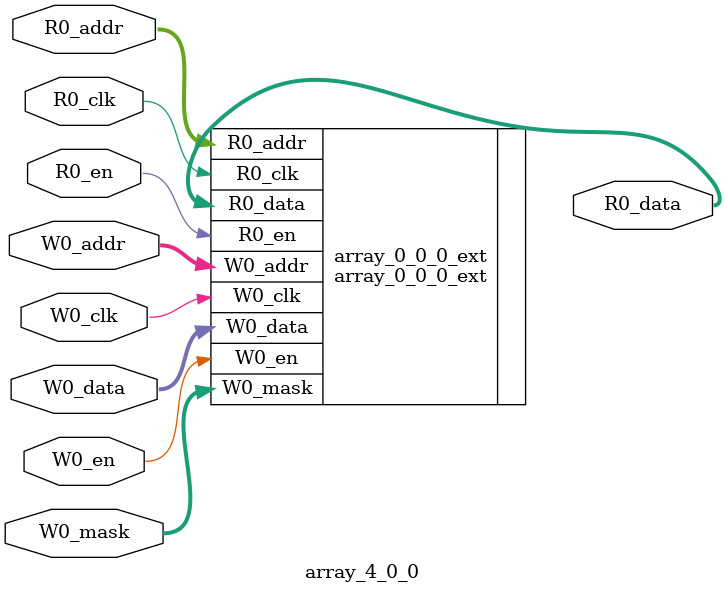
<source format=sv>
`ifndef RANDOMIZE
  `ifdef RANDOMIZE_REG_INIT
    `define RANDOMIZE
  `endif // RANDOMIZE_REG_INIT
`endif // not def RANDOMIZE
`ifndef RANDOMIZE
  `ifdef RANDOMIZE_MEM_INIT
    `define RANDOMIZE
  `endif // RANDOMIZE_MEM_INIT
`endif // not def RANDOMIZE

`ifndef RANDOM
  `define RANDOM $random
`endif // not def RANDOM

// Users can define 'PRINTF_COND' to add an extra gate to prints.
`ifndef PRINTF_COND_
  `ifdef PRINTF_COND
    `define PRINTF_COND_ (`PRINTF_COND)
  `else  // PRINTF_COND
    `define PRINTF_COND_ 1
  `endif // PRINTF_COND
`endif // not def PRINTF_COND_

// Users can define 'ASSERT_VERBOSE_COND' to add an extra gate to assert error printing.
`ifndef ASSERT_VERBOSE_COND_
  `ifdef ASSERT_VERBOSE_COND
    `define ASSERT_VERBOSE_COND_ (`ASSERT_VERBOSE_COND)
  `else  // ASSERT_VERBOSE_COND
    `define ASSERT_VERBOSE_COND_ 1
  `endif // ASSERT_VERBOSE_COND
`endif // not def ASSERT_VERBOSE_COND_

// Users can define 'STOP_COND' to add an extra gate to stop conditions.
`ifndef STOP_COND_
  `ifdef STOP_COND
    `define STOP_COND_ (`STOP_COND)
  `else  // STOP_COND
    `define STOP_COND_ 1
  `endif // STOP_COND
`endif // not def STOP_COND_

// Users can define INIT_RANDOM as general code that gets injected into the
// initializer block for modules with registers.
`ifndef INIT_RANDOM
  `define INIT_RANDOM
`endif // not def INIT_RANDOM

// If using random initialization, you can also define RANDOMIZE_DELAY to
// customize the delay used, otherwise 0.002 is used.
`ifndef RANDOMIZE_DELAY
  `define RANDOMIZE_DELAY 0.002
`endif // not def RANDOMIZE_DELAY

// Define INIT_RANDOM_PROLOG_ for use in our modules below.
`ifndef INIT_RANDOM_PROLOG_
  `ifdef RANDOMIZE
    `ifdef VERILATOR
      `define INIT_RANDOM_PROLOG_ `INIT_RANDOM
    `else  // VERILATOR
      `define INIT_RANDOM_PROLOG_ `INIT_RANDOM #`RANDOMIZE_DELAY begin end
    `endif // VERILATOR
  `else  // RANDOMIZE
    `define INIT_RANDOM_PROLOG_
  `endif // RANDOMIZE
`endif // not def INIT_RANDOM_PROLOG_

module array_4_0_0(	// @[DescribedSRAM.scala:17:26]
  input  [6:0]   R0_addr,
  input          R0_en,
                 R0_clk,
  input  [6:0]   W0_addr,
  input          W0_en,
                 W0_clk,
  input  [127:0] W0_data,
  input  [1:0]   W0_mask,
  output [127:0] R0_data
);

  array_0_0_0_ext array_0_0_0_ext (	// @[DescribedSRAM.scala:17:26]
    .R0_addr (R0_addr),
    .R0_en   (R0_en),
    .R0_clk  (R0_clk),
    .W0_addr (W0_addr),
    .W0_en   (W0_en),
    .W0_clk  (W0_clk),
    .W0_data (W0_data),
    .W0_mask (W0_mask),
    .R0_data (R0_data)
  );
endmodule


</source>
